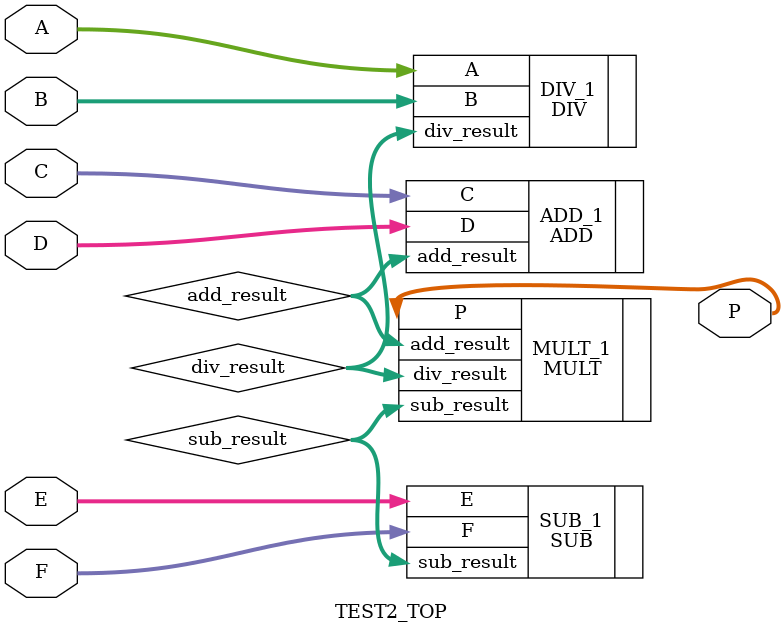
<source format=v>
module TEST2_TOP (
	input wire [7:0] A,
	input wire [7:0] B,
	input wire [7:0] C,
	input wire [7:0] D,
	input wire [7:0] E,
	input wire [7:0] F,
	output wire [26:0] P
);

wire [8:0] add_result;
wire [8:0] div_result;
wire [8:0] sub_result;

ADD ADD_1(
	.C(C),
	.D(D),
	.add_result(add_result)
);

DIV DIV_1(
	.A(A),
	.B(B),
	.div_result(div_result)
);

SUB SUB_1(
	.E(E),
	.F(F),
	.sub_result(sub_result)	
);

MULT MULT_1(
	.add_result(add_result),
	.div_result(div_result),
	.sub_result(sub_result),
	.P(P)
);

endmodule
</source>
